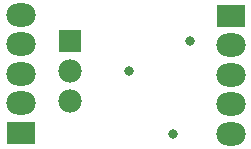
<source format=gbs>
G04*
G04 #@! TF.GenerationSoftware,Altium Limited,CircuitMaker,2.2.1 (2.2.1.6)*
G04*
G04 Layer_Color=8150272*
%FSLAX24Y24*%
%MOIN*%
G70*
G04*
G04 #@! TF.SameCoordinates,D96103DE-5CF1-4447-99B2-040B1386396B*
G04*
G04*
G04 #@! TF.FilePolarity,Negative*
G04*
G01*
G75*
%ADD22O,0.0980X0.0780*%
%ADD23R,0.0980X0.0780*%
%ADD24R,0.0780X0.0780*%
%ADD25C,0.0780*%
%ADD26C,0.0330*%
D22*
X19500Y10407D02*
D03*
X19500Y11391D02*
D03*
X19500Y13359D02*
D03*
X19500Y12375D02*
D03*
X12500Y12400D02*
D03*
X12500Y11416D02*
D03*
X12500Y13384D02*
D03*
X12500Y14369D02*
D03*
D23*
X19500Y14344D02*
D03*
X12500Y10431D02*
D03*
D24*
X14150Y13500D02*
D03*
D25*
X14150Y11500D02*
D03*
X14150Y12500D02*
D03*
D26*
X17593Y10407D02*
D03*
X18150Y13500D02*
D03*
X16100Y12500D02*
D03*
M02*

</source>
